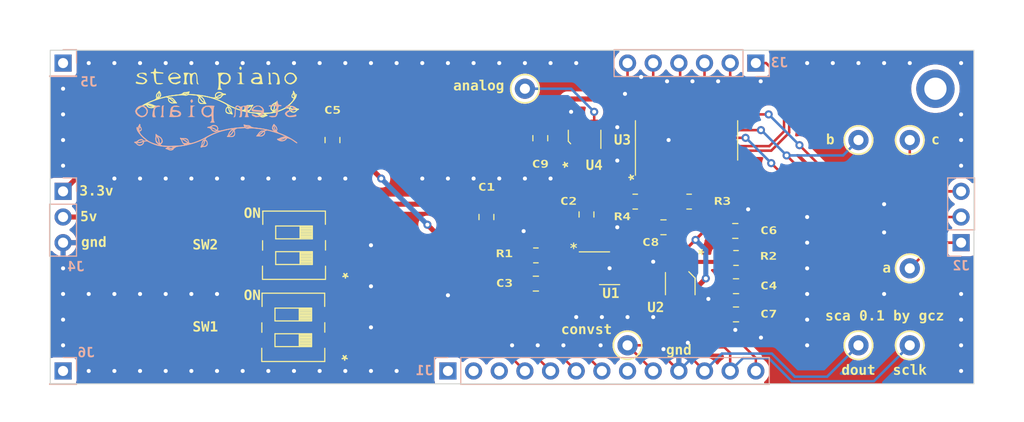
<source format=kicad_pcb>
(kicad_pcb (version 20240108) (generator "pcbnew") (generator_version "8.0")
  (layers (0 "F.Cu" signal) (31 "B.Cu" signal) (34 "B.Paste" user) (35 "F.Paste" user) (36 "B.SilkS" user "B.Silkscreen") (37 "F.SilkS" user "F.Silkscreen") (38 "B.Mask" user) (39 "F.Mask" user) (44 "Edge.Cuts" user))
  (net 0 "")
  (net 1 "Net-(C4-Pad2)")
  (net 2 "GND")
  (net 3 "Net-(J2-Pin_1)")
  (net 4 "Net-(J2-Pin_2)")
  (net 8 "Net-(J1-Pin_4)")
  (net 9 "Net-(J1-Pin_5)")
  (net 10 "Net-(J1-Pin_6)")
  (net 11 "Net-(J1-Pin_7)")
  (net 13 "Net-(J1-Pin_12)")
  (net 14 "Net-(J4-Pin_1)")
  (net 15 "Net-(J4-Pin_2)")
  (net 16 "Net-(J2-Pin_3)")
  (net 17 "Net-(J3-Pin_4)")
  (net 18 "Net-(J3-Pin_5)")
  (net 19 "Net-(J3-Pin_1)")
  (net 20 "Net-(J3-Pin_2)")
  (net 21 "Net-(J3-Pin_3)")
  (net 22 "Net-(U1-FLT)")
  (net 23 "Net-(U2-AINP)")
  (net 24 "Net-(U1-SS)")
  (net 25 "Net-(U1-OUT_F)")
  (net 26 "Net-(J3-Pin_6)")
  (net 27 "Net-(J1-Pin_9)")
  (net 28 "Net-(J1-Pin_11)")
  (net 31 "Net-(U3-COM)")
  (net 32 "Net-(J1-Pin_13)")
  (net 33 "Net-(U2-AINN)")
  (net 34 "Net-(U4-IN-)")
  (footprint "stem_piano_footprints:C_0805_2012_1.18x1.45mm_medpad" (layer "F.Cu") (at 150.368 77.578 180)
    (property "Reference" "C6" (at -3.302 0 180) (layer "F.SilkS") (effects (font (size 0.75 1) (thickness 0.15) (bold yes))))
    (property "Value" "1uF" (hide yes))
    (pad "1" smd roundrect (at -1.2 0 180) (size 1.5 1.35) (layers "F.Cu" "F.Paste" "F.Mask") (roundrect_rratio 0.213) (net 2 "GND"))
    (pad "2" smd roundrect (at 1.2 0 180) (size 1.5 1.35) (layers "F.Cu" "F.Paste" "F.Mask") (roundrect_rratio 0.213) (net 14 "Net-(J4-Pin_1)"))
  )
  (footprint "stem_piano_footprints:SOT-23-5_medpad" (layer "F.Cu") (at 135.448 68.51 90)
    (property "Reference" "U4" (at -2.61 0.95 180) (layer "F.SilkS") (effects (font (thickness 0.2) (bold yes))))
    (property "Value" "THS4281" (hide yes))
    (fp_text user "*" (at -3 -1 90) (layer "F.SilkS") (effects (justify left bottom)))
    (pad "1" smd rect (at -1.2 -0.95 90) (size 1.5 0.6) (layers "F.Cu" "F.Paste" "F.Mask") (net 34 "Net-(U4-IN-)"))
    (pad "2" smd rect (at -1.2 0 90) (size 1.5 0.6) (layers "F.Cu" "F.Paste" "F.Mask") (net 2 "GND"))
    (pad "3" smd rect (at -1.2 0.95 90) (size 1.5 0.6) (layers "F.Cu" "F.Paste" "F.Mask") (net 31 "Net-(U3-COM)"))
    (pad "4" smd rect (at 1.2 0.95 90) (size 1.5 0.75) (layers "F.Cu" "F.Paste" "F.Mask") (net 34 "Net-(U4-IN-)"))
    (pad "5" smd rect (at 1.2 -0.95 90) (size 1.5 0.75) (layers "F.Cu" "F.Paste" "F.Mask") (net 14 "Net-(J4-Pin_1)"))
  )
  (footprint "stem_piano_footprints:C_0805_2012_1.18x1.45mm_medpad" (layer "F.Cu") (at 131.064 68.396 90)
    (property "Reference" "C9" (at -2.6 0 0) (layer "F.SilkS") (effects (font (size 0.75 1) (thickness 0.15) (bold yes))))
    (property "Value" "1uF" (hide yes))
    (pad "1" smd roundrect (at -1.2 0 90) (size 1.5 1.35) (layers "F.Cu" "F.Paste" "F.Mask") (roundrect_rratio 0.213) (net 2 "GND"))
    (pad "2" smd roundrect (at 1.2 0 90) (size 1.5 1.35) (layers "F.Cu" "F.Paste" "F.Mask") (roundrect_rratio 0.213) (net 14 "Net-(J4-Pin_1)"))
  )
  (footprint "stem_piano_footprints:C_0805_2012_1.18x1.45mm_medpad" (layer "F.Cu") (at 150.438 85.842)
    (property "Reference" "C7" (at 3.232 0 180) (layer "F.SilkS") (effects (font (size 0.75 1) (thickness 0.15) (bold yes))))
    (property "Value" "1uF" (hide yes))
    (pad "1" smd roundrect (at -1.2 0) (size 1.5 1.35) (layers "F.Cu" "F.Paste" "F.Mask") (roundrect_rratio 0.213) (net 14 "Net-(J4-Pin_1)"))
    (pad "2" smd roundrect (at 1.2 0) (size 1.5 1.35) (layers "F.Cu" "F.Paste" "F.Mask") (roundrect_rratio 0.213) (net 2 "GND"))
  )
  (footprint "stem_piano_footprints:R_0805_2012_1.20x1.40mm_medpad" (layer "F.Cu") (at 150.438 80.254 180)
    (property "Reference" "R2" (at -3.232 0.136 0) (layer "F.SilkS") (effects (font (size 0.75 1) (thickness 0.1875) (bold yes))))
    (property "Value" "small" (hide yes))
    (pad "1" smd roundrect (at -1.2 0 180) (size 1.5 1.35) (layers "F.Cu" "F.Paste" "F.Mask") (roundrect_rratio 0.208) (net 1 "Net-(C4-Pad2)"))
    (pad "2" smd roundrect (at 1.2 0 180) (size 1.5 1.35) (layers "F.Cu" "F.Paste" "F.Mask") (roundrect_rratio 0.208) (net 25 "Net-(U1-OUT_F)"))
  )
  (footprint "stem_piano_footprints:C_0805_2012_1.18x1.45mm_medpad" (layer "F.Cu") (at 130.626 82.794)
    (property "Reference" "C3" (at -3.118 0 180) (layer "F.SilkS") (effects (font (size 0.75 1) (thickness 0.15) (bold yes))))
    (property "Value" "1uF" (hide yes))
    (pad "1" smd roundrect (at -1.2 0) (size 1.5 1.35) (layers "F.Cu" "F.Paste" "F.Mask") (roundrect_rratio 0.213) (net 2 "GND"))
    (pad "2" smd roundrect (at 1.2 0) (size 1.5 1.35) (layers "F.Cu" "F.Paste" "F.Mask") (roundrect_rratio 0.213) (net 22 "Net-(U1-FLT)"))
  )
  (footprint "stem_piano_footprints:C_0805_2012_1.18x1.45mm_medpad" (layer "F.Cu") (at 135.636 75.946 90)
    (property "Reference" "C2" (at 1.27 -1.778 180) (layer "F.SilkS") (effects (font (size 0.75 1) (thickness 0.15) (bold yes))))
    (property "Value" "1uF" (hide yes))
    (pad "1" smd roundrect (at -1.2 0 90) (size 1.5 1.35) (layers "F.Cu" "F.Paste" "F.Mask") (roundrect_rratio 0.213) (net 15 "Net-(J4-Pin_2)"))
    (pad "2" smd roundrect (at 1.2 0 90) (size 1.5 1.35) (layers "F.Cu" "F.Paste" "F.Mask") (roundrect_rratio 0.213) (net 2 "GND"))
  )
  (footprint "stem_piano_footprints:VSSOP-8_3.0x3.0mm_P0.65mm_medpads" (layer "F.Cu") (at 137.922 81.27)
    (property "Reference" "U1" (at 0.127 2.531 0) (layer "F.SilkS") (effects (font (thickness 0.2) (bold yes))))
    (property "Value" "REF60XX")
    (pad "1" smd rect (at -2.3 -1.05 270) (size 0.6 1.65) (layers "F.Cu" "F.Paste" "F.Mask") (net 15 "Net-(J4-Pin_2)"))
    (pad "2" smd rect (at -2.3 -0.325 270) (size 0.45 1.65) (layers "F.Cu" "F.Paste" "F.Mask") (net 15 "Net-(J4-Pin_2)"))
    (pad "3" smd rect (at -2.3 0.325 270) (size 0.45 1.65) (layers "F.Cu" "F.Paste" "F.Mask") (net 24 "Net-(U1-SS)"))
    (pad "4" smd rect (at -2.3 1.05 270) (size 0.6 1.65) (layers "F.Cu" "F.Paste" "F.Mask") (net 22 "Net-(U1-FLT)"))
    (pad "5" smd rect (at 2.3 1.05 270) (size 0.6 1.65) (layers "F.Cu" "F.Paste" "F.Mask") (net 25 "Net-(U1-OUT_F)"))
    (pad "6" smd rect (at 2.3 0.325 270) (size 0.45 1.65) (layers "F.Cu" "F.Paste" "F.Mask") (net 25 "Net-(U1-OUT_F)"))
    (pad "7" smd rect (at 2.3 -0.325 270) (size 0.45 1.65) (layers "F.Cu" "F.Paste" "F.Mask") (net 2 "GND"))
    (pad "8" smd rect (at 2.3 -1.05 270) (size 0.6 1.65) (layers "F.Cu" "F.Paste" "F.Mask") (net 2 "GND"))
  )
  (footprint "stem_piano_footprints:stem_branch_07_inch" (layer "F.Cu") (at 98.97781 65.049919)
    (property "Reference" "G***" (hide yes))
    (property "Value" "LOGO" (hide yes))
  )
  (footprint "stem_piano_footprints:R_0805_2012_1.20x1.40mm_medpad" (layer "F.Cu") (at 130.626 80)
    (property "Reference" "R1" (at -3.118 -0.136 0) (layer "F.SilkS") (effects (font (size 0.75 1) (thickness 0.1875) (bold yes))))
    (property "Value" "120K" (hide yes))
    (pad "1" smd roundrect (at -1.2 0) (size 1.5 1.35) (layers "F.Cu" "F.Paste" "F.Mask") (roundrect_rratio 0.208) (net 2 "GND"))
    (pad "2" smd roundrect (at 1.2 0) (size 1.5 1.35) (layers "F.Cu" "F.Paste" "F.Mask") (roundrect_rratio 0.208) (net 24 "Net-(U1-SS)"))
  )
  (footprint "TestPoint:TestPoint_Keystone_5000-5004_Miniature" (layer "F.Cu") (at 162.56 68.58)
    (property "Reference" "TP6" (hide yes))
    (property "Value" "b")
    (pad "1" thru_hole circle (at 0 0) (size 2 2) (drill 1) (layers "*.Cu" "*.Mask") (net 4 "Net-(J2-Pin_2)"))
  )
  (footprint "stem_piano_footprints:SW_DIP_SPSTx02_Slide_medpad" (layer "F.Cu") (at 106.608 87.122 180)
    (property "Reference" "SW1" (at 8.708 0 0) (layer "F.SilkS") (effects (font (thickness 0.2) (bold yes))))
    (property "Value" "SW_DIP_x02" (hide yes))
    (fp_text user "*" (at -5.57 -2.11 180) (layer "F.SilkS") (effects (justify left bottom)))
    (fp_text user "ON" (at 4.898 2.54 0) (layer "F.SilkS") (effects (font (thickness 0.2) (bold yes)) (justify left bottom)))
    (pad "1" smd rect (at -4.5 -1.27 180) (size 3 1) (layers "F.Cu" "F.Paste" "F.Mask") (net 8 "Net-(J1-Pin_4)"))
    (pad "2" smd rect (at -4.5 1.27 180) (size 3 1) (layers "F.Cu" "F.Paste" "F.Mask") (net 9 "Net-(J1-Pin_5)"))
    (pad "3" smd rect (at 4.5 1.27 180) (size 3 1) (layers "F.Cu" "F.Paste" "F.Mask") (net 2 "GND"))
    (pad "4" smd rect (at 4.5 -1.27 180) (size 3 1) (layers "F.Cu" "F.Paste" "F.Mask") (net 2 "GND"))
  )
  (footprint "stem_piano_footprints:R_0805_2012_1.20x1.40mm_medpad" (layer "F.Cu") (at 140.462 74.676 180)
    (property "Reference" "R4" (at 1.27 -1.524 0) (layer "F.SilkS") (effects (font (size 0.75 1) (thickness 0.1875) (bold yes))))
    (property "Value" "50" (hide yes))
    (pad "1" smd roundrect (at -1.2 0 180) (size 1.5 1.35) (layers "F.Cu" "F.Paste" "F.Mask") (roundrect_rratio 0.208) (net 33 "Net-(U2-AINN)"))
    (pad "2" smd roundrect (at 1.2 0 180) (size 1.5 1.35) (layers "F.Cu" "F.Paste" "F.Mask") (roundrect_rratio 0.208) (net 2 "GND"))
  )
  (footprint "stem_piano_footprints:VSSOP-10_medpad" (layer "F.Cu") (at 145.034 82.794 -90)
    (property "Reference" "U2" (at 2.404 2.54 0) (layer "F.SilkS") (effects (font (thickness 0.1) (bold yes))))
    (property "Value" "ADS8881" (hide yes))
    (fp_text user "*" (at -3.6 -1.05 -90) (layer "F.SilkS") (effects (justify left bottom)))
    (pad "1" smd rect (at -2.15 -1.2 180) (size 0.7 2) (layers "F.Cu" "F.Paste" "F.Mask") (net 25 "Net-(U1-OUT_F)"))
    (pad "2" smd rect (at -2.15 -0.5 180) (size 0.3 2) (layers "F.Cu" "F.Paste" "F.Mask") (net 14 "Net-(J4-Pin_1)"))
    (pad "3" smd rect (at -2.15 0 180) (size 0.3 2) (layers "F.Cu" "F.Paste" "F.Mask") (net 23 "Net-(U2-AINP)"))
    (pad "4" smd rect (at -2.15 0.5 180) (size 0.3 2) (layers "F.Cu" "F.Paste" "F.Mask") (net 33 "Net-(U2-AINN)"))
    (pad "5" smd rect (at -2.15 1.2 180) (size 0.7 2) (layers "F.Cu" "F.Paste" "F.Mask") (net 2 "GND"))
    (pad "6" smd rect (at 2.15 1.2 180) (size 0.7 2) (layers "F.Cu" "F.Paste" "F.Mask") (net 27 "Net-(J1-Pin_9)"))
    (pad "7" smd rect (at 2.15 0.5 180) (size 0.3 2) (layers "F.Cu" "F.Paste" "F.Mask") (net 28 "Net-(J1-Pin_11)"))
    (pad "8" smd rect (at 2.15 0 180) (size 0.3 2) (layers "F.Cu" "F.Paste" "F.Mask") (net 13 "Net-(J1-Pin_12)"))
    (pad "9" smd rect (at 2.15 -0.5 180) (size 0.3 2) (layers "F.Cu" "F.Paste" "F.Mask") (net 32 "Net-(J1-Pin_13)"))
    (pad "10" smd rect (at 2.15 -1.2 180) (size 0.7 2) (layers "F.Cu" "F.Paste" "F.Mask") (net 14 "Net-(J4-Pin_1)"))
  )
  (footprint "stem_piano_footprints:C_0805_2012_1.18x1.45mm_medpad" (layer "F.Cu") (at 125.73 76.2 -90)
    (property "Reference" "C1" (at -2.921 0 0) (layer "F.SilkS") (effects (font (size 0.75 1) (thickness 0.15) (bold yes))))
    (property "Value" "10uF" (hide yes))
    (pad "1" smd roundrect (at -1.2 0 270) (size 1.5 1.35) (layers "F.Cu" "F.Paste" "F.Mask") (roundrect_rratio 0.213) (net 15 "Net-(J4-Pin_2)"))
    (pad "2" smd roundrect (at 1.2 0 270) (size 1.5 1.35) (layers "F.Cu" "F.Paste" "F.Mask") (roundrect_rratio 0.213) (net 2 "GND"))
  )
  (footprint "TestPoint:TestPoint_Keystone_5000-5004_Miniature" (layer "F.Cu") (at 139.7 88.9)
    (property "Reference" "TP5" (hide yes))
    (property "Value" "convst" (at -4.064 -1.524 0) (layer "F.SilkS") (effects (font (thickness 0.2) (bold yes))))
    (pad "1" thru_hole circle (at 0 0) (size 2 2) (drill 1) (layers "*.Cu" "*.Mask") (net 27 "Net-(J1-Pin_9)"))
  )
  (footprint "MountingHole:MountingHole_2.2mm_M2_DIN965_Pad_TopBottom" (layer "F.Cu") (at 170.18 63.5)
    (property "Reference" "H1" (hide yes))
    (property "Value" "MountingHole")
    (pad "1" thru_hole circle (at 0 0) (size 2.6 2.6) (drill 2.2) (layers "*.Cu" "*.Mask"))
    (pad "1" connect circle (at 0 0) (size 3.8 3.8) (layers "F.Cu" "F.Mask"))
    (pad "1" connect circle (at 0 0) (size 3.8 3.8) (layers "B.Cu" "B.Mask"))
  )
  (footprint "stem_piano_footprints:SW_DIP_SPSTx02_Slide_medpad" (layer "F.Cu") (at 106.68 78.994 180)
    (property "Reference" "SW2" (at 8.78 0 0) (layer "F.SilkS") (effects (font (thickness 0.2) (bold yes))))
    (property "Value" "SW_DIP_x02" (hide yes))
    (fp_text user "*" (at -5.57 -2.11 180) (layer "F.SilkS") (effects (justify left bottom)))
    (fp_text user "ON" (at 4.97 2.54 0) (layer "F.SilkS") (effects (font (thickness 0.2) (bold yes)) (justify left bottom)))
    (pad "1" smd rect (at -4.5 -1.27 180) (size 3 1) (layers "F.Cu" "F.Paste" "F.Mask") (net 10 "Net-(J1-Pin_6)"))
    (pad "2" smd rect (at -4.5 1.27 180) (size 3 1) (layers "F.Cu" "F.Paste" "F.Mask") (net 11 "Net-(J1-Pin_7)"))
    (pad "3" smd rect (at 4.5 1.27 180) (size 3 1) (layers "F.Cu" "F.Paste" "F.Mask") (net 2 "GND"))
    (pad "4" smd rect (at 4.5 -1.27 180) (size 3 1) (layers "F.Cu" "F.Paste" "F.Mask") (net 2 "GND"))
  )
  (footprint "TestPoint:TestPoint_Keystone_5000-5004_Miniature" (layer "F.Cu") (at 167.64 88.9)
    (property "Reference" "TP3" (hide yes))
    (property "Value" "sclk" (at 0 2.5 0) (layer "F.SilkS") (effects (font (thickness 0.2) (bold yes))))
    (pad "1" thru_hole circle (at 0 0) (size 2 2) (drill 1) (layers "*.Cu" "*.Mask") (net 13 "Net-(J1-Pin_12)"))
  )
  (footprint "TestPoint:TestPoint_Keystone_5000-5004_Miniature" (layer "F.Cu") (at 129.54 63.5)
    (property "Reference" "TP1" (hide yes))
    (property "Value" "analog" (at -4.572 -0.254 0) (layer "F.SilkS") (effects (font (thickness 0.2) (bold yes))))
    (pad "1" thru_hole circle (at 0 0) (size 2 2) (drill 1) (layers "*.Cu" "*.Mask") (net 34 "Net-(U4-IN-)"))
  )
  (footprint "stem_piano_footprints:stem_name_07_inch" (layer "F.Cu") (at 99.13 62.53)
    (property "Reference" "G***" (hide yes))
    (property "Value" "LOGO" (hide yes))
  )
  (footprint "TestPoint:TestPoint_Keystone_5000-5004_Miniature" (layer "F.Cu") (at 162.56 88.9)
    (property "Reference" "TP4" (hide yes))
    (property "Value" "dout" (at 0 2.5 0) (layer "F.SilkS") (effects (font (thickness 0.2) (bold yes))))
    (pad "1" thru_hole circle (at 0 0) (size 2 2) (drill 1) (layers "*.Cu" "*.Mask") (net 28 "Net-(J1-Pin_11)"))
  )
  (footprint "stem_piano_footprints:R_0805_2012_1.20x1.40mm_medpad" (layer "F.Cu") (at 145.796 74.676)
    (property "Reference" "R3" (at 3.302 0 180) (layer "F.SilkS") (effects (font (size 0.75 1) (thickness 0.1875) (bold yes))))
    (property "Value" "50" (hide yes))
    (pad "1" smd roundrect (at -1.2 0) (size 1.5 1.35) (layers "F.Cu" "F.Paste" "F.Mask") (roundrect_rratio 0.208) (net 34 "Net-(U4-IN-)"))
    (pad "2" smd roundrect (at 1.2 0) (size 1.5 1.35) (layers "F.Cu" "F.Paste" "F.Mask") (roundrect_rratio 0.208) (net 23 "Net-(U2-AINP)"))
  )
  (footprint "stem_piano_footprints:SOIC-16_3.9x9.9mm_P1.27mm_medpad" (layer "F.Cu") (at 145.542 68.615 90)
    (property "Reference" "U3" (at 0 -6.35 180) (layer "F.SilkS") (effects (font (thickness 0.2) (bold yes))))
    (property "Value" "SN74LV4051")
    (fp_text user "*" (at -4.14 -4.57 90) (layer "F.SilkS") (effects (justify left bottom)))
    (pad "1" smd rect (at -2.575 -4.445 90) (size 2.15 0.7) (layers "F.Cu" "F.Paste" "F.Mask") (net 2 "GND"))
    (pad "2" smd rect (at -2.575 -3.175 90) (size 2.15 0.7) (layers "F.Cu" "F.Paste" "F.Mask") (net 2 "GND"))
    (pad "3" smd rect (at -2.575 -1.905 90) (size 2.15 0.7) (layers "F.Cu" "F.Paste" "F.Mask") (net 31 "Net-(U3-COM)"))
    (pad "4" smd rect (at -2.575 -0.635 90) (size 2.15 0.7) (layers "F.Cu" "F.Paste" "F.Mask") (net 20 "Net-(J3-Pin_2)"))
    (pad "5" smd rect (at -2.575 0.635 90) (size 2.15 0.7) (layers "F.Cu" "F.Paste" "F.Mask") (net 19 "Net-(J3-Pin_1)"))
    (pad "6" smd rect (at -2.575 1.905 90) (size 2.15 0.7) (layers "F.Cu" "F.Paste" "F.Mask") (net 2 "GND"))
    (pad "7" smd rect (at -2.575 3.175 90) (size 2.15 0.7) (layers "F.Cu" "F.Paste" "F.Mask") (net 2 "GND"))
    (pad "8" smd rect (at -2.575 4.445 90) (size 2.15 0.7) (layers "F.Cu" "F.Paste" "F.Mask") (net 2 "GND"))
    (pad "9" smd rect (at 2.575 4.445 90) (size 2.15 0.7) (layers "F.Cu" "F.Paste" "F.Mask") (net 16 "Net-(J2-Pin_3)"))
    (pad "10" smd rect (at 2.575 3.175 90) (size 2.15 0.7) (layers "F.Cu" "F.Paste" "F.Mask") (net 4 "Net-(J2-Pin_2)"))
    (pad "11" smd rect (at 2.575 1.905 90) (size 2.15 0.7) (layers "F.Cu" "F.Paste" "F.Mask") (net 3 "Net-(J2-Pin_1)"))
    (pad "12" smd rect (at 2.575 0.635 90) (size 2.15 0.7) (layers "F.Cu" "F.Paste" "F.Mask") (net 21 "Net-(J3-Pin_3)"))
    (pad "13" smd rect (at 2.575 -0.635 90) (size 2.15 0.7) (layers "F.Cu" "F.Paste" "F.Mask") (net 17 "Net-(J3-Pin_4)"))
    (pad "14" smd rect (at 2.575 -1.905 90) (size 2.15 0.7) (layers "F.Cu" "F.Paste" "F.Mask") (net 18 "Net-(J3-Pin_5)"))
    (pad "15" smd rect (at 2.575 -3.175 90) (size 2.15 0.7) (layers "F.Cu" "F.Paste" "F.Mask") (net 26 "Net-(J3-Pin_6)"))
    (pad "16" smd rect (at 2.575 -4.445 90) (size 2.15 0.7) (layers "F.Cu" "F.Paste" "F.Mask") (net 14 "Net-(J4-Pin_1)"))
  )
  (footprint "TestPoint:TestPoint_Keystone_5000-5004_Miniature" (layer "F.Cu") (at 167.64 81.28)
    (property "Reference" "TP2" (hide yes))
    (property "Value" "a")
    (pad "1" thru_hole circle (at 0 0) (size 2 2) (drill 1) (layers "*.Cu" "*.Mask") (net 3 "Net-(J2-Pin_1)"))
  )
  (footprint "TestPoint:TestPoint_Keystone_5000-5004_Miniature" (layer "F.Cu") (at 167.64 68.58)
    (property "Reference" "TP7" (hide yes))
    (property "Value" "c")
    (pad "1" thru_hole circle (at 0 0) (size 2 2) (drill 1) (layers "*.Cu" "*.Mask") (net 16 "Net-(J2-Pin_3)"))
  )
  (footprint "stem_piano_footprints:C_0805_2012_1.18x1.45mm_medpad" (layer "F.Cu") (at 110.49 68.58 -90)
    (property "Reference" "C5" (at -2.921 0 0) (layer "F.SilkS") (effects (font (size 0.75 1) (thickness 0.15) (bold yes))))
    (property "Value" "10uF" (hide yes))
    (pad "1" smd roundrect (at -1.2 0 270) (size 1.5 1.35) (layers "F.Cu" "F.Paste" "F.Mask") (roundrect_rratio 0.213) (net 14 "Net-(J4-Pin_1)"))
    (pad "2" smd roundrect (at 1.2 0 270) (size 1.5 1.35) (layers "F.Cu" "F.Paste" "F.Mask") (roundrect_rratio 0.213) (net 2 "GND"))
  )
  (footprint "stem_piano_footprints:C_0805_2012_1.18x1.45mm_medpad" (layer "F.Cu") (at 143.256 77.216)
    (property "Reference" "C8" (at -1.27 1.524 180) (layer "F.SilkS") (effects (font (size 0.75 1) (thickness 0.15) (bold yes))))
    (property "Value" "500pF" (hide yes))
    (pad "1" smd roundrect (at -1.2 0) (size 1.5 1.35) (layers "F.Cu" "F.Paste" "F.Mask") (roundrect_rratio 0.213) (net 33 "Net-(U2-AINN)"))
    (pad "2" smd roundrect (at 1.2 0) (size 1.5 1.35) (layers "F.Cu" "F.Paste" "F.Mask") (roundrect_rratio 0.213) (net 23 "Net-(U2-AINP)"))
  )
  (footprint "stem_piano_footprints:C_0805_2012_1.18x1.45mm_medpad" (layer "F.Cu") (at 150.438 83.048)
    (property "Reference" "C4" (at 3.232 0 180) (layer "F.SilkS") (effects (font (size 0.75 1) (thickness 0.15) (bold yes))))
    (property "Value" "47uF" (hide yes))
    (pad "1" smd roundrect (at -1.2 0) (size 1.5 1.35) (layers "F.Cu" "F.Paste" "F.Mask") (roundrect_rratio 0.213) (net 2 "GND"))
    (pad "2" smd roundrect (at 1.2 0) (size 1.5 1.35) (layers "F.Cu" "F.Paste" "F.Mask") (roundrect_rratio 0.213) (net 1 "Net-(C4-Pad2)"))
  )
  (footprint "Connector_PinHeader_2.54mm:PinHeader_1x01_P2.54mm_Vertical" (layer "B.Cu") (at 83.82 60.96 180)
    (property "Reference" "J5" (at -2.54 -1.905 0) (layer "B.SilkS") (effects (font (thickness 0.2) (bold yes)) (justify mirror)))
    (property "Value" "Conn_01x01_Pin")
    (pad "1" thru_hole rect (at 0 0 180) (size 1.7 1.7) (drill 1) (layers "*.Cu" "*.Mask"))
  )
  (footprint "stem_piano_footprints:stem_branch_07_inch" (layer "B.Cu") (at 99.06 68.326 180)
    (property "Reference" "G***" (hide yes))
    (property "Value" "LOGO" (hide yes))
  )
  (footprint "Connector_PinHeader_2.54mm:PinHeader_1x01_P2.54mm_Vertical" (layer "B.Cu") (at 83.82 91.44 180)
    (property "Reference" "J6" (at -2.286 1.778 0) (layer "B.SilkS") (effects (font (thickness 0.2) (bold yes)) (justify mirror)))
    (property "Value" "Conn_01x01_Pin")
    (pad "1" thru_hole rect (at 0 0 180) (size 1.7 1.7) (drill 1) (layers "*.Cu" "*.Mask"))
  )
  (footprint "Connector_PinHeader_2.54mm:PinHeader_1x13_P2.54mm_Vertical" (layer "B.Cu") (at 121.92 91.44 -90)
    (property "Reference" "J1" (at 0 2.33 360) (layer "B.SilkS") (effects (font (thickness 0.2) (bold yes)) (justify mirror)))
    (property "Value" "Conn_01x13_Pin")
    (pad "1" thru_hole rect (at 0 0 270) (size 1.7 1.7) (drill 1) (layers "*.Cu" "*.Mask"))
    (pad "2" thru_hole oval (at 0 -2.54 270) (size 1.7 1.7) (drill 1) (layers "*.Cu" "*.Mask"))
    (pad "3" thru_hole oval (at 0 -5.08 270) (size 1.7 1.7) (drill 1) (layers "*.Cu" "*.Mask"))
    (pad "4" thru_hole oval (at 0 -7.62 270) (size 1.7 1.7) (drill 1) (layers "*.Cu" "*.Mask") (net 8 "Net-(J1-Pin_4)"))
    (pad "5" thru_hole oval (at 0 -10.16 270) (size 1.7 1.7) (drill 1) (layers "*.Cu" "*.Mask") (net 9 "Net-(J1-Pin_5)"))
    (pad "6" thru_hole oval (at 0 -12.7 270) (size 1.7 1.7) (drill 1) (layers "*.Cu" "*.Mask") (net 10 "Net-(J1-Pin_6)"))
    (pad "7" thru_hole oval (at 0 -15.24 270) (size 1.7 1.7) (drill 1) (layers "*.Cu" "*.Mask") (net 11 "Net-(J1-Pin_7)"))
    (pad "8" thru_hole oval (at 0 -17.78 270) (size 1.7 1.7) (drill 1) (layers "*.Cu" "*.Mask"))
    (pad "9" thru_hole oval (at 0 -20.32 270) (size 1.7 1.7) (drill 1) (layers "*.Cu" "*.Mask") (net 27 "Net-(J1-Pin_9)"))
    (pad "10" thru_hole oval (at 0 -22.86 270) (size 1.7 1.7) (drill 1) (layers "*.Cu" "*.Mask") (net 2 "GND"))
    (pad "11" thru_hole oval (at 0 -25.4 270) (size 1.7 1.7) (drill 1) (layers "*.Cu" "*.Mask") (net 28 "Net-(J1-Pin_11)"))
    (pad "12" thru_hole oval (at 0 -27.94 270) (size 1.7 1.7) (drill 1) (layers "*.Cu" "*.Mask") (net 13 "Net-(J1-Pin_12)"))
    (pad "13" thru_hole oval (at 0 -30.48 270) (size 1.7 1.7) (drill 1) (layers "*.Cu" "*.Mask") (net 32 "Net-(J1-Pin_13)"))
  )
  (footprint "Connector_PinHeader_2.54mm:PinHeader_1x06_P2.54mm_Vertical" (layer "B.Cu") (at 152.4 60.96 90)
    (property "Reference" "J3" (at 0 2.33 360) (layer "B.SilkS") (effects (font (thickness 0.2) (bold yes)) (justify mirror)))
    (property "Value" "Conn_01x06_Pin")
    (pad "1" thru_hole rect (at 0 0 90) (size 1.7 1.7) (drill 1) (layers "*.Cu" "*.Mask") (net 19 "Net-(J3-Pin_1)"))
    (pad "2" thru_hole oval (at 0 -2.54 90) (size 1.7 1.7) (drill 1) (layers "*.Cu" "*.Mask") (net 20 "Net-(J3-Pin_2)"))
    (pad "3" thru_hole oval (at 0 -5.08 90) (size 1.7 1.7) (drill 1) (layers "*.Cu" "*.Mask") (net 21 "Net-(J3-Pin_3)"))
    (pad "4" thru_hole oval (at 0 -7.62 90) (size 1.7 1.7) (drill 1) (layers "*.Cu" "*.Mask") (net 17 "Net-(J3-Pin_4)"))
    (pad "5" thru_hole oval (at 0 -10.16 90) (size 1.7 1.7) (drill 1) (layers "*.Cu" "*.Mask") (net 18 "Net-(J3-Pin_5)"))
    (pad "6" thru_hole oval (at 0 -12.7 90) (size 1.7 1.7) (drill 1) (layers "*.Cu" "*.Mask") (net 26 "Net-(J3-Pin_6)"))
  )
  (footprint "stem_piano_footprints:stem_name_07_inch" (layer "B.Cu") (at 98.806 65.786 180)
    (property "Reference" "G***" (hide yes))
    (property "Value" "LOGO" (hide yes))
  )
  (footprint "Connector_PinHeader_2.54mm:PinHeader_1x03_P2.54mm_Vertical" (layer "B.Cu") (at 172.72 78.74)
    (property "Reference" "J2" (at 0 2.33 0) (layer "B.SilkS") (effects (font (thickness 0.2) (bold yes)) (justify mirror)))
    (property "Value" "Conn_01x03_Pin")
    (pad "1" thru_hole rect (at 0 0) (size 1.7 1.7) (drill 1) (layers "*.Cu" "*.Mask") (net 3 "Net-(J2-Pin_1)"))
    (pad "2" thru_hole oval (at 0 -2.54) (size 1.7 1.7) (drill 1) (layers "*.Cu" "*.Mask") (net 4 "Net-(J2-Pin_2)"))
    (pad "3" thru_hole oval (at 0 -5.08) (size 1.7 1.7) (drill 1) (layers "*.Cu" "*.Mask") (net 16 "Net-(J2-Pin_3)"))
  )
  (footprint "Connector_PinHeader_2.54mm:PinHeader_1x03_P2.54mm_Vertical" (layer "B.Cu") (at 83.82 73.66 180)
    (property "Reference" "J4" (at -1.27 -7.493 0) (layer "B.SilkS") (effects (font (thickness 0.2) (bold yes)) (justify mirror)))
    (property "Value" "Conn_01x03_Pin")
    (pad "1" thru_hole rect (at 0 0 180) (size 1.7 1.7) (drill 1) (layers "*.Cu" "*.Mask") (net 14 "Net-(J4-Pin_1)"))
    (pad "2" thru_hole oval (at 0 -2.54 180) (size 1.7 1.7) (drill 1) (layers "*.Cu" "*.Mask") (net 15 "Net-(J4-Pin_2)"))
    (pad "3" thru_hole oval (at 0 -5.08 180) (size 1.7 1.7) (drill 1) (layers "*.Cu" "*.Mask") (net 2 "GND"))
  )
  (gr_rect (start 82.55 59.69) (end 173.99 92.71) (stroke (width 0.1)) (fill none) (layer "Edge.Cuts"))
  (gr_text "gnd" (at 86.868 78.74 0) (layer "F.SilkS") (effects (font (size 1 1) (thickness 0.2) (bold yes))))
  (gr_text "sca 0.1 by gcz" (at 159.258 86.614 0) (layer "F.SilkS") (effects (font (size 1 1) (thickness 0.2) (bold yes)) (justify left bottom)))
  (gr_text "a" (at 165.354 81.28 0) (layer "F.SilkS") (effects (font (size 1 1) (thickness 0.2) (bold yes))))
  (gr_text "3.3v" (at 87.122 73.66 0) (layer "F.SilkS") (effects (font (size 1 1) (thickness 0.2) (bold yes))))
  (gr_text "gnd" (at 144.78 89.408 0) (layer "F.SilkS") (effects (font (size 1 1) (thickness 0.2) (bold yes))))
  (gr_text "b" (at 159.766 68.58 0) (layer "F.SilkS") (effects (font (size 1 1) (thickness 0.2) (bold yes))))
  (gr_text "*" (at 134.366 79.356 0) (layer "F.SilkS") (effects (font (size 1 1) (thickness 0.2) (bold yes))))
  (gr_text "c" (at 170.18 68.58 0) (layer "F.SilkS") (effects (font (size 1 1) (thickness 0.2) (bold yes))))
  (gr_text "5v" (at 86.36 76.2 0) (layer "F.SilkS") (effects (font (size 1 1) (thickness 0.2) (bold yes))))
  (segment (start 151.638 80.254) (end 151.638 83.048) (width 0.4) (layer "F.Cu") (net 1))
  (segment (start 139.7 69.342) (end 138.684 70.358) (width 0.25) (layer "F.Cu") (net 2))
  (segment (start 138.684 70.358) (end 138.684 70.612) (width 0.25) (layer "F.Cu") (net 2))
  (segment (start 140.462 69.342) (end 139.7 69.342) (width 0.25) (layer "F.Cu") (net 2))
  (segment (start 143.834 80.08) (end 142.494 78.74) (width 0.25) (layer "F.Cu") (net 2))
  (segment (start 144.78 91.44) (end 143.256 89.916) (width 0.25) (layer "F.Cu") (net 2))
  (segment (start 143.256 89.916) (end 143.256 89.281) (width 0.25) (layer "F.Cu") (net 2))
  (segment (start 141.097 71.19) (end 141.097 69.977) (width 0.25) (layer "F.Cu") (net 2))
  (segment (start 140.222 80.945) (end 141.921 80.945) (width 0.4) (layer "F.Cu") (net 2))
  (segment (start 135.448 70.71) (end 136.112 71.374) (width 0.25) (layer "F.Cu") (net 2))
  (segment (start 136.112 71.374) (end 137.922 71.374) (width 0.25) (layer "F.Cu") (net 2))
  (segment (start 142.494 78.74) (end 140.208 78.74) (width 0.25) (layer "F.Cu") (net 2))
  (segment (start 141.097 69.977) (end 140.462 69.342) (width 0.25) (layer "F.Cu") (net 2))
  (segment (start 137.922 71.374) (end 138.684 70.612) (width 0.25) (layer "F.Cu") (net 2))
  (segment (start 140.208 78.74) (end 138.684 77.216) (width 0.25) (layer "F.Cu") (net 2))
  (segment (start 142.367 70.231) (end 141.478 69.342) (width 0.25) (layer "F.Cu") (net 2))
  (segment (start 138.247 80.945) (end 137.922 81.27) (width 0.4) (layer "F.Cu") (net 2))
  (segment (start 140.222 80.945) (end 138.247 80.945) (width 0.4) (layer "F.Cu") (net 2))
  (segment (start 141.921 80.945) (end 142.24 80.626) (width 0.4) (layer "F.Cu") (net 2))
  (segment (start 142.367 71.19) (end 142.367 70.231) (width 0.25) (layer "F.Cu") (net 2))
  (segment (start 141.478 69.342) (end 140.462 69.342) (width 0.25) (layer "F.Cu") (net 2))
  (segment (start 143.834 80.644) (end 143.834 80.08) (width 0.25) (layer "F.Cu") (net 2))
  (segment (start 135.448 69.71) (end 135.448 70.71) (width 0.25) (layer "F.Cu") (net 2))
  (via (at 129.413 77.597) (size 0.8) (drill 0.4) (layers "F.Cu" "B.Cu") (net 2))
  (via (at 119.38 60.96) (size 0.8) (drill 0.4) (layers "F.Cu" "B.Cu") (net 2))
  (via (at 106.68 60.96) (size 0.8) (drill 0.4) (layers "F.Cu" "B.Cu") (net 2))
  (via (at 114.3 60.96) (size 0.8) (drill 0.4) (layers "F.Cu" "B.Cu") (net 2))
  (via (at 114.3 83.058) (size 0.8) (drill 0.4) (layers "F.Cu" "B.Cu") (net 2))
  (via (at 147.701 84.309) (size 0.8) (drill 0.4) (layers "F.Cu" "B.Cu") (net 2))
  (via (at 157.48 83.82) (size 0.8) (drill 0.4) (layers "F.Cu" "B.Cu") (net 2))
  (via (at 104.14 60.96) (size 0.8) (drill 0.4) (layers "F.Cu" "B.Cu") (net 2))
  (via (at 104.14 91.44) (size 0.8) (drill 0.4) (layers "F.Cu" "B.Cu") (net 2))
  (via (at 99.06 91.44) (size 0.8) (drill 0.4) (layers "F.Cu" "B.Cu") (net 2))
  (via (at 157.48 81.28) (size 0.8) (drill 0.4) (layers "F.Cu" "B.Cu") (net 2))
  (via (at 121.92 83.947) (size 0.8) (drill 0.4) (layers "F.Cu" "B.Cu") (net 2))
  (via (at 152.8826 62.7634) (size 0.8) (drill 0.4) (layers "F.Cu" "B.Cu") (net 2))
  (via (at 83.82 71.12) (size 0.8) (drill 0.4) (layers "F.Cu" "B.Cu") (net 2))
  (via (at 93.98 91.44) (size 0.8) (drill 0.4) (layers "F.Cu" "B.Cu") (net 2))
  (via (at 165.1 74.93) (size 0.8) (drill 0.4) (layers "F.Cu" "B.Cu") (net 2))
  (via (at 150.368 87.376) (size 0.8) (drill 0.4) (layers "F.Cu" "B.Cu") (net 2))
  (via (at 139.7 86.106) (size 0.8) (drill 0.4) (layers "F.Cu" "B.Cu") (net 2))
  (via (at 109.22 91.44) (size 0.8) (drill 0.4) (layers "F.Cu" "B.Cu") (net 2))
  (via (at 172.72 83.82) (size 0.8) (drill 0.4) (layers "F.Cu" "B.Cu") (net 2))
  (via (at 91.44 83.82) (size 0.8) (drill 0.4) (layers "F.Cu" "B.Cu") (net 2))
  (via (at 138.684 67.31) (size 0.8) (drill 0.4) (layers "F.Cu" "B.Cu") (net 2))
  (via (at 96.52 83.82) (size 0.8) (drill 0.4) (layers "F.Cu" "B.Cu") (net 2))
  (via (at 160.02 60.96) (size 0.8) (drill 0.4) (layers "F.Cu" "B.Cu") (net 2))
  (via (at 88.9 91.44) (size 0.8) (drill 0.4) (layers "F.Cu" "B.Cu") (net 2))
  (via (at 99.06 72.39) (size 0.8) (drill 0.4) (layers "F.Cu" "B.Cu") (net 2))
  (via (at 165.1 83.82) (size 0.8) (drill 0.4) (layers "F.Cu" "B.Cu") (net 2))
  (via (at 124.46 72.39) (size 0.8) (drill 0.4) (layers "F.Cu" "B.Cu") (net 2))
  (via (at 111.76 60.96) (size 0.8) (drill 0.4) (layers "F.Cu" "B.Cu") (net 2))
  (via (at 106.68 91.44) (size 0.8) (drill 0.4) (layers "F.Cu" "B.Cu") (net 2))
  (via (at 148.6662 62.7634) (size 0.8) (drill 0.4) (layers "F.Cu" "B.Cu") (net 2))
  (via (at 172.72 68.58) (size 0.8) (drill 0.4) (layers "F.Cu" "B.Cu") (net 2))
  (via (at 114.3 87.122) (size 0.8) (drill 0.4) (layers "F.Cu" "B.Cu") (net 2))
  (via (at 134.62 60.96) (size 0.8) (drill 0.4) (layers "F.Cu" "B.Cu") (net 2))
  (via (at 96.52 91.44) (size 0.8) (drill 0.4) (layers "F.Cu" "B.Cu") (net 2))
  (via (at 83.82 86.36) (size 0.8) (drill 0.4) (layers "F.Cu" "B.Cu") (net 2))
  (via (at 162.56 60.96) (size 0.8) (drill 0.4) (layers "F.Cu" "B.Cu") (net 2))
  (via (at 109.22 60.96) (size 0.8) (drill 0.4) (layers "F.Cu" "B.Cu") (net 2))
  (via (at 116.84 91.44) (size 0.8) (drill 0.4) (layers "F.Cu" "B.Cu") (net 2))
  (via (at 128.27 88.9) (size 0.8) (drill 0.4) (layers "F.Cu" "B.Cu") (net 2))
  (via (at 83.82 66.04) (size 0.8) (drill 0.4) (layers "F.Cu" "B.Cu") (net 2))
  (via (at 129.54 60.96) (size 0.8) (drill 0.4) (layers "F.Cu" "B.Cu") (net 2))
  (via (at 172.72 91.44) (size 0.8) (drill 0.4) (layers "F.Cu" "B.Cu") (net 2))
  (via (at 91.44 91.44) (size 0.8) (drill 0.4) (layers "F.Cu" "B.Cu") (net 2))
  (via (at 137.922 81.27) (size 0.8) (drill 0.4) (layers "F.Cu" "B.Cu") (net 2))
  (via (at 93.98 83.82) (size 0.8) (drill 0.4) (layers "F.Cu" "B.Cu") (net 2))
  (via (at 129.54 72.39) (size 0.8) (drill 0.4) (layers "F.Cu" "B.Cu") (net 2))
  (via (at 127 60.96) (size 0.8) (drill 0.4) (layers "F.Cu" "B.Cu") (net 2))
  (via (at 96.52 60.96) (size 0.8) (drill 0.4) (layers "F.Cu" "B.Cu") (net 2))
  (via (at 88.9 72.39) (size 0.8) (drill 0.4) (layers "F.Cu" "B.Cu") (net 2))
  (via (at 137.033 88.9) (size 0.8) (drill 0.4) (layers "F.Cu" "B.Cu") (net 2))
  (via (at 109.22 72.39) (size 0.8) (drill 0.4) (layers "F.Cu" "B.Cu") (net 2))
  (via (at 83.82 63.5) (size 0.8) (drill 0.4) (layers "F.Cu" "B.Cu") (net 2))
  (via (at 134.112 65.786) (size 0.8) (drill 0.4) (layers "F.Cu" "B.Cu") (net 2))
  (via (at 132.08 72.39) (size 0.8) (drill 0.4) (layers "F.Cu" "B.Cu") (net 2))
  (via (at 101.6 91.44) (size 0.8) (drill 0.4) (layers "F.Cu" "B.Cu") (net 2))
  (via (at 152.908 88.138) (size 0.8) (drill 0.4) (layers "F.Cu" "B.Cu") (net 2))
  (via (at 157.48 60.96) (size 0.8) (drill 0.4) (layers "F.Cu" "B.Cu") (net 2))
  (via (at 99.06 60.96) (size 0.8) (drill 0.4) (layers "F.Cu" "B.Cu") (net 2))
  (via (at 91.44 72.39) (size 0.8) (drill 0.4) (layers "F.Cu" "B.Cu") (net 2))
  (via (at 130.81 88.9) (size 0.8) (drill 0.4) (layers "F.Cu" "B.Cu") (net 2))
  (via (at 138.684 77.216) (size 0.8) (drill 0.4) (layers "F.Cu" "B.Cu") (net 2))
  (via (at 172.72 88.9) (size 0.8) (drill 0.4) (layers "F.Cu" "B.Cu") (net 2))
  (via (at 142.24 80.626) (size 0.8) (drill 0.4) (layers "F.Cu" "B.Cu") (net 2))
  (via (at 133.35 88.9) (size 0.8) (drill 0.4) (layers "F.Cu" "B.Cu") (net 2))
  (via (at 88.9 83.82) (size 0.8) (drill 0.4) (layers "F.Cu" "B.Cu") (net 2))
  (via (at 139.446 64.008) (size 0.8) (drill 0.4) (layers "F.Cu" "B.Cu") (net 2))
  (via (at 142.24 86.106) (size 0.8) (drill 0.4) (layers "F.Cu" "B.Cu") (net 2))
  (via (at 121.92 60.96) (size 0.8) (drill 0.4) (layers "F.Cu" "B.Cu") (net 2))
  (via (at 143.6116 62.7634) (size 0.8) (drill 0.4) (layers "F.Cu" "B.Cu") (net 2))
  (via (at 157.48 86.36) (size 0.8) (drill 0.4) (layers "F.Cu" "B.Cu") (net 2))
  (via (at 116.84 60.96) (size 0.8) (drill 0.4) (layers "F.Cu" "B.Cu") (net 2))
  (via (at 157.48 78.74) (size 0.8) (drill 0.4) (layers "F.Cu" "B.Cu") (net 2))
  (via (at 99.06 83.82) (size 0.8) (drill 0.4) (layers "F.Cu" "B.Cu") (net 2))
  (via (at 91.44 60.96) (size 0.8) (drill 0.4) (layers "F.Cu" "B.Cu") (net 2))
  (via (at 172.72 66.04) (size 0.8) (drill 0.4) (layers "F.Cu" "B.Cu") (net 2))
  (via (at 83.82 83.82) (size 0.8) (drill 0.4) (layers "F.Cu" "B.Cu") (net 2))
  (via (at 172.72 60.96) (size 0.8) (drill 0.4) (layers "F.Cu" "B.Cu") (net 2))
  (via (at 141.0462 62.3316) (size 0.8) (drill 0.4) (layers "F.Cu" "B.Cu") (net 2))
  (via (at 86.36 83.82) (size 0.8) (drill 0.4) (layers "F.Cu" "B.Cu") (net 2))
  (via (at 165.1 77.724) (size 0.8) (drill 0.4) (layers "F.Cu" "B.Cu") (net 2))
  (via (at 138.684 70.612) (size 0.8) (drill 0.4) (layers "F.Cu" "B.Cu") (net 2))
  (via (at 127 72.39) (size 0.8) (drill 0.4) (layers "F.Cu" "B.Cu") (net 2))
  (via (at 101.6 60.96) (size 0.8) (drill 0.4) (layers "F.Cu" "B.Cu") (net 2))
  (via (at 157.48 76.2) (size 0.8) (drill 0.4) (layers "F.Cu" "B.Cu") (net 2))
  (via (at 121.92 72.39) (size 0.8) (drill 0.4) (layers "F.Cu" "B.Cu") (net 2))
  (via (at 111.76 91.44) (size 0.8) (drill 0.4) (layers "F.Cu" "B.Cu") (net 2))
  (via (at 96.52 72.39) (size 0.8) (drill 0.4) (layers "F.Cu" "B.Cu") (net 2))
  (via (at 86.36 60.96) (size 0.8) (drill 0.4) (layers "F.Cu" "B.Cu") (net 2))
  (via (at 132.08 60.96) (size 0.8) (drill 0.4) (layers "F.Cu" "B.Cu") (net 2))
  (via (at 114.3 78.994) (size 0.8) (drill 0.4) (layers "F.Cu" "B.Cu") (net 2))
  (via (at 134.62 86.106) (size 0.8) (drill 0.4) (layers "F.Cu" "B.Cu") (net 2))
  (via (at 101.6 72.39) (size 0.8) (drill 0.4) (layers "F.Cu" "B.Cu") (net 2))
  (via (at 146.1262 62.7634) (size 0.8) (drill 0.4) (layers "F.Cu" "B.Cu") (net 2))
  (via (at 137.16 86.106) (size 0.8) (drill 0.4) (layers "F.Cu" "B.Cu") (net 2))
  (via (at 111.76 72.39) (size 0.8) (drill 0.4) (layers "F.Cu" "B.Cu") (net 2))
  (via (at 83.82 68.58) (size 0.8) (drill 0.4) (layers "F.Cu" "B.Cu") (net 2))
  (via (at 88.9 60.96) (size 0.8) (drill 0.4) (layers "F.Cu" "B.Cu") (net 2))
  (via (at 114.3 91.44) (size 0.8) (drill 0.4) (layers "F.Cu" "B.Cu") (net 2))
  (via (at 145.669 88.646) (size 0.8) (drill 0.4) (layers "F.Cu" "B.Cu") (net 2))
  (via (at 93.98 72.39) (size 0.8) (drill 0.4) (layers "F.Cu" "B.Cu") (net 2))
  (via (at 167.64 60.96) (size 0.8) (drill 0.4) (layers "F.Cu" "B.Cu") (net 2))
  (via (at 104.14 72.39) (size 0.8) (drill 0.4) (layers "F.Cu" "B.Cu") (net 2))
  (via (at 143.764 68.58) (size 0.8) (drill 0.4) (layers "F.Cu" "B.Cu") (net 2))
  (via (at 83.82 81.28) (size 0.8) (drill 0.4) (layers "F.Cu" "B.Cu") (net 2))
  (via (at 124.46 60.96) (size 0.8) (drill 0.4) (layers "F.Cu" "B.Cu") (net 2))
  (via (at 93.98 60.96) (size 0.8) (drill 0.4) (layers "F.Cu" "B.Cu") (net 2))
  (via (at 172.72 86.36) (size 0.8) (drill 0.4) (layers "F.Cu" "B.Cu") (net 2))
  (via (at 106.68 72.39) (size 0.8) (drill 0.4) (layers "F.Cu" "B.Cu") (net 2))
  (via (at 157.48 88.9) (size 0.8) (drill 0.4) (layers "F.Cu" "B.Cu") (net 2))
  (via (at 172.72 71.12) (size 0.8) (drill 0.4) (layers "F.Cu" "B.Cu") (net 2))
  (via (at 83.82 88.9) (size 0.8) (drill 0.4) (layers "F.Cu" "B.Cu") (net 2))
  (via (at 143.256 89.281) (size 0.8) (drill 0.4) (layers "F.Cu" "B.Cu") (net 2))
  (via (at 151.638 75.438) (size 0.8) (drill 0.4) (layers "F.Cu" "B.Cu") (net 2))
  (via (at 165.1 60.96) (size 0.8) (drill 0.4) (layers "F.Cu" "B.Cu") (net 2))
  (via (at 86.36 91.44) (size 0.8) (drill 0.4) (layers "F.Cu" "B.Cu") (net 2))
  (via (at 119.38 72.39) (size 0.8) (drill 0.4) (layers "F.Cu" "B.Cu") (net 2))
  (segment (start 145.796 88.773) (end 145.669 88.646) (width 0.25) (layer "B.Cu") (net 2))
  (segment (start 145.796 90.424) (end 145.796 88.773) (width 0.25) (layer "B.Cu") (net 2))
  (segment (start 144.78 91.44) (end 145.796 90.424) (width 0.25) (layer "B.Cu") (net 2))
  (segment (start 167.64 81.28) (end 170.18 78.74) (width 0.25) (layer "F.Cu") (net 3))
  (segment (start 161.798 78.74) (end 172.72 78.74) (width 0.25) (layer "F.Cu") (net 3))
  (segment (start 170.18 78.74) (end 172.72 78.74) (width 0.25) (layer "F.Cu") (net 3))
  (segment (start 147.447 66.765) (end 147.447 66.04) (width 0.25) (layer "F.Cu") (net 3))
  (segment (start 158.496 75.438) (end 161.798 78.74) (width 0.25) (layer "F.Cu") (net 3))
  (segment (start 149.043 68.361) (end 147.447 66.765) (width 0.25) (layer "F.Cu") (net 3))
  (segment (start 153.924 70.866) (end 158.496 75.438) (width 0.25) (layer "F.Cu") (net 3))
  (segment (start 151.384 68.361) (end 149.043 68.361) (width 0.25) (layer "F.Cu") (net 3))
  (via (at 153.924 70.866) (size 0.8) (drill 0.4) (layers "F.Cu" "B.Cu") (net 3))
  (via (at 151.384 68.361) (size 0.8) (drill 0.4) (layers "F.Cu" "B.Cu") (net 3))
  (segment (start 151.419 68.361) (end 153.924 70.866) (width 0.25) (layer "B.Cu") (net 3))
  (segment (start 151.384 68.361) (end 151.419 68.361) (width 0.25) (layer "B.Cu") (net 3))
  (segment (start 148.717 66.765) (end 148.717 66.04) (width 0.25) (layer "F.Cu") (net 4))
  (segment (start 155.448 70.104) (end 161.544 76.2) (width 0.25) (layer "F.Cu") (net 4))
  (segment (start 161.544 76.2) (end 172.72 76.2) (width 0.25) (layer "F.Cu") (net 4))
  (segment (start 149.551 67.599) (end 148.717 66.765) (width 0.25) (layer "F.Cu") (net 4))
  (segment (start 152.908 67.599) (end 149.551 67.599) (width 0.25) (layer "F.Cu") (net 4))
  (via (at 155.448 70.104) (size 0.8) (drill 0.4) (layers "F.Cu" "B.Cu") (net 4))
  (via (at 152.908 67.599) (size 0.8) (drill 0.4) (layers "F.Cu" "B.Cu") (net 4))
  (segment (start 152.908 67.599) (end 152.943 67.599) (width 0.25) (layer "B.Cu") (net 4))
  (segment (start 155.448 70.104) (end 161.036 70.104) (width 0.25) (layer "B.Cu") (net 4))
  (segment (start 152.943 67.599) (end 155.448 70.104) (width 0.25) (layer "B.Cu") (net 4))
  (segment (start 161.036 70.104) (end 162.56 68.58) (width 0.25) (layer "B.Cu") (net 4))
  (segment (start 126.492 88.392) (end 111.108 88.392) (width 0.25) (layer "F.Cu") (net 8))
  (segment (start 129.54 91.44) (end 126.492 88.392) (width 0.25) (layer "F.Cu") (net 8))
  (segment (start 119.126 87.942) (end 117.036 85.852) (width 0.25) (layer "F.Cu") (net 9))
  (segment (start 132.08 91.44) (end 128.582 87.942) (width 0.25) (layer "F.Cu") (net 9))
  (segment (start 128.582 87.942) (end 119.126 87.942) (width 0.25) (layer "F.Cu") (net 9))
  (segment (start 117.036 85.852) (end 111.108 85.852) (width 0.25) (layer "F.Cu") (net 9))
  (segment (start 117.602 85.781604) (end 117.602 81.788) (width 0.25) (layer "F.Cu") (net 10))
  (segment (start 117.602 81.788) (end 116.078 80.264) (width 0.25) (layer "F.Cu") (net 10))
  (segment (start 116.078 80.264) (end 111.18 80.264) (width 0.25) (layer "F.Cu") (net 10))
  (segment (start 119.312396 87.492) (end 117.602 85.781604) (width 0.25) (layer "F.Cu") (net 10))
  (segment (start 130.672 87.492) (end 119.312396 87.492) (width 0.25) (layer "F.Cu") (net 10))
  (segment (start 134.62 91.44) (end 130.672 87.492) (width 0.25) (layer "F.Cu") (net 10))
  (segment (start 119.498792 87.042) (end 118.11 85.653208) (width 0.25) (layer "F.Cu") (net 11))
  (segment (start 118.11 79.825) (end 116.009 77.724) (width 0.25) (layer "F.Cu") (net 11))
  (segment (start 118.11 85.653208) (end 118.11 79.825) (width 0.25) (layer "F.Cu") (net 11))
  (segment (start 116.009 77.724) (end 111.18 77.724) (width 0.25) (layer "F.Cu") (net 11))
  (segment (start 132.762 87.042) (end 119.498792 87.042) (width 0.25) (layer "F.Cu") (net 11))
  (segment (start 137.16 91.44) (end 132.762 87.042) (width 0.25) (layer "F.Cu") (net 11))
  (segment (start 147.349604 89.096) (end 145.034 86.780396) (width 0.25) (layer "F.Cu") (net 13))
  (segment (start 149.86 91.44) (end 149.86 89.662) (width 0.25) (layer "F.Cu") (net 13))
  (segment (start 149.86 89.662) (end 149.294 89.096) (width 0.25) (layer "F.Cu") (net 13))
  (segment (start 149.294 89.096) (end 147.349604 89.096) (width 0.25) (layer "F.Cu") (net 13))
  (segment (start 145.034 86.780396) (end 145.034 84.944) (width 0.25) (layer "F.Cu") (net 13))
  (segment (start 155.956 92.456) (end 164.084 92.456) (width 0.25) (layer "B.Cu") (net 13))
  (segment (start 151.13 90.17) (end 153.67 90.17) (width 0.25) (layer "B.Cu") (net 13))
  (segment (start 164.084 92.456) (end 167.64 88.9) (width 0.25) (layer "B.Cu") (net 13))
  (segment (start 153.67 90.17) (end 155.956 92.456) (width 0.25) (layer "B.Cu") (net 13))
  (segment (start 149.86 91.44) (end 151.13 90.17) (width 0.25) (layer "B.Cu") (net 13))
  (segment (start 146.304 84.944) (end 146.234 84.944) (width 0.25) (layer "F.Cu") (net 14))
  (segment (start 147.066 85.706) (end 146.304 84.944) (width 0.4) (layer "F.Cu") (net 14))
  (segment (start 134.498 67.31) (end 131.178 67.31) (width 0.5) (layer "F.Cu") (net 14))
  (segment (start 145.534 79.344) (end 145.534 80.644) (width 0.3) (layer "F.Cu") (net 14))
  (segment (start 110.122 67.196) (end 131.064 67.196) (width 0.5) (layer "F.Cu") (net 14))
  (segment (start 115.316 72.39) (end 110.122 67.196) (width 0.5) (layer "F.Cu") (net 14))
  (segment (start 149.168 77.578) (end 147.3 77.578) (width 0.3) (layer "F.Cu") (net 14))
  (segment (start 90.284 67.196) (end 83.82 73.66) (width 0.5) (layer "F.Cu") (net 14))
  (segment (start 146.234 83.49) (end 147.447 82.277) (width 0.5) (layer "F.Cu") (net 14))
  (segment (start 131.178 67.31) (end 131.064 67.196) (width 0.25) (layer "F.Cu") (net 14))
  (segment (start 147.3 77.578) (end 145.534 79.344) (width 0.3) (layer "F.Cu") (net 14))
  (segment (start 127.508 84.582) (end 119.888 76.962) (width 0.5) (layer "F.Cu") (net 14))
  (segment (start 133.744 64.516) (end 137.922 64.516) (width 0.5) (layer "F.Cu") (net 14))
  (segment (start 142.494 83.166) (end 141.078 84.582) (width 0.5) (layer "F.Cu") (net 14))
  (segment (start 145.91 83.166) (end 142.494 83.166) (width 0.5) (layer "F.Cu") (net 14))
  (segment (start 110.122 67.196) (end 90.284 67.196) (width 0.5) (layer "F.Cu") (net 14))
  (segment (start 146.234 84.944) (end 146.234 83.49) (width 0.4) (layer "F.Cu") (net 14))
  (segment (start 146.234 83.49) (end 145.91 83.166) (width 0.5) (layer "F.Cu") (net 14))
  (segment (start 131.064 67.196) (end 133.744 64.516) (width 0.5) (layer "F.Cu") (net 14))
  (segment (start 137.922 64.516) (end 139.446 66.04) (width 0.5) (layer "F.Cu") (net 14))
  (segment (start 139.446 66.04) (end 141.097 66.04) (width 0.5) (layer "F.Cu") (net 14))
  (segment (start 141.078 84.582) (end 127.508 84.582) (width 0.5) (layer "F.Cu") (net 14))
  (segment (start 149.102 85.706) (end 147.066 85.706) (width 0.4) (layer "F.Cu") (net 14))
  (via (at 146.431 78.467) (size 0.8) (drill 0.4) (layers "F.Cu" "B.Cu") (net 14))
  (via (at 115.316 72.39) (size 0.8) (drill 0.4) (layers "F.Cu" "B.Cu") (net 14))
  (via (at 147.447 82.277) (size 0.8) (drill 0.4) (layers "F.Cu" "B.Cu") (net 14))
  (via (at 119.888 76.962) (size 0.8) (drill 0.4) (layers "F.Cu" "B.Cu") (net 14))
  (segment (start 147.447 82.277) (end 147.447 79.483) (width 0.5) (layer "B.Cu") (net 14))
  (segment (start 119.888 76.962) (end 115.316 72.39) (width 0.5) (layer "B.Cu") (net 14))
  (segment (start 147.447 79.483) (end 146.431 78.467) (width 0.5) (layer "B.Cu") (net 14))
  (segment (start 131.562 77.206) (end 129.286 74.93) (width 0.5) (layer "F.Cu") (net 15))
  (segment (start 135.128 80.9885) (end 135.128 80.2635) (width 0.25) (layer "F.Cu") (net 15))
  (segment (start 135.452 77.206) (end 131.562 77.206) (width 0.5) (layer "F.Cu") (net 15))
  (segment (start 136.144 80.945) (end 136.144 80.22) (width 0.25) (layer "F.Cu") (net 15))
  (segment (start 97.466 76.2) (end 83.82 76.2) (width 0.5) (layer "F.Cu") (net 15))
  (segment (start 98.736 74.93) (end 97.466 76.2) (width 0.5) (layer "F.Cu") (net 15))
  (segment (start 135.622 77.376) (end 135.622 80.22) (width 0.5) (layer "F.Cu") (net 15))
  (segment (start 129.286 74.93) (end 98.736 74.93) (width 0.5) (layer "F.Cu") (net 15))
  (segment (start 135.452 77.206) (end 135.622 77.376) (width 0.25) (layer "F.Cu") (net 15))
  (segment (start 170.942 73.66) (end 167.64 70.358) (width 0.25) (layer "F.Cu") (net 16))
  (segment (start 161.29 73.66) (end 171.704 73.66) (width 0.25) (layer "F.Cu") (net 16))
  (segment (start 171.704 73.66) (end 170.942 73.66) (width 0.25) (layer "F.Cu") (net 16))
  (segment (start 153.635 66.04) (end 149.987 66.04) (width 0.25) (layer "F.Cu") (net 16))
  (segment (start 156.718 69.088) (end 161.036 73.406) (width 0.25) (layer "F.Cu") (net 16))
  (segment (start 171.704 73.66) (end 172.72 73.66) (width 0.25) (layer "F.Cu") (net 16))
  (segment (start 161.036 73.406) (end 161.29 73.66) (width 0.25) (layer "F.Cu") (net 16))
  (segment (start 167.64 70.358) (end 167.64 68.58) (width 0.25) (layer "F.Cu") (net 16))
  (via (at 153.67 66.04) (size 0.8) (drill 0.4) (layers "F.Cu" "B.Cu") (net 16))
  (via (at 156.718 69.088) (size 0.8) (drill 0.4) (layers "F.Cu" "B.Cu") (net 16))
  (segment (start 153.67 66.04) (end 156.718 69.088) (width 0.25) (layer "B.Cu") (net 16))
  (segment (start 144.907 61.087) (end 144.78 60.96) (width 0.25) (layer "F.Cu") (net 17))
  (segment (start 144.907 66.04) (end 144.907 61.087) (width 0.25) (layer "F.Cu") (net 17))
  (segment (start 143.637 64.643) (end 142.24 63.246) (width 0.25) (layer "F.Cu") (net 18))
  (segment (start 143.637 66.04) (end 143.637 64.643) (width 0.25) (layer "F.Cu") (net 18))
  (segment (start 142.24 63.246) (end 142.24 60.96) (width 0.25) (layer "F.Cu") (net 18))
  (segment (start 153.416 60.96) (end 152.4 60.96) (width 0.25) (layer "F.Cu") (net 19))
  (segment (start 147.011 69.631) (end 153.924 69.631) (width 0.25) (layer "F.Cu") (net 19))
  (segment (start 146.177 71.19) (end 146.177 70.465) (width 0.25) (layer "F.Cu") (net 19))
  (segment (start 155.702 63.246) (end 153.416 60.96) (width 0.25) (layer "F.Cu") (net 19))
  (segment (start 155.702 67.853) (end 155.702 63.246) (width 0.25) (layer "F.Cu") (net 19))
  (segment (start 153.924 69.631) (end 155.702 67.853) (width 0.25) (layer "F.Cu") (net 19))
  (segment (start 146.177 70.465) (end 147.011 69.631) (width 0.25) (layer "F.Cu") (net 19))
  (segment (start 153.924 64.008) (end 155.194 65.278) (width 0.25) (layer "F.Cu") (net 20))
  (segment (start 151.638 64.008) (end 153.924 64.008) (width 0.25) (layer "F.Cu") (net 20))
  (segment (start 155.194 65.278) (end 155.194 67.724604) (width 0.25) (layer "F.Cu") (net 20))
  (segment (start 146.191 69.181) (end 144.907 70.465) (width 0.25) (layer "F.Cu") (net 20))
  (segment (start 149.86 60.96) (end 149.86 62.23) (width 0.25) (layer "F.Cu") (net 20))
  (segment (start 155.194 67.724604) (end 153.737604 69.181) (width 0.25) (layer "F.Cu") (net 20))
  (segment (start 149.86 62.23) (end 151.638 64.008) (width 0.25) (layer "F.Cu") (net 20))
  (segment (start 144.907 70.465) (end 144.907 71.19) (width 0.25) (layer "F.Cu") (net 20))
  (segment (start 153.737604 69.181) (end 146.191 69.181) (width 0.25) (layer "F.Cu") (net 20))
  (segment (start 147.32 63.754) (end 147.32 60.96) (width 0.25) (layer "F.Cu") (net 21))
  (segment (start 146.177 64.897) (end 147.32 63.754) (width 0.25) (layer "F.Cu") (net 21))
  (segment (start 146.177 66.04) (end 146.177 64.897) (width 0.25) (layer "F.Cu") (net 21))
  (segment (start 134.332 82.32) (end 135.622 82.32) (width 0.25) (layer "F.Cu") (net 22))
  (segment (start 131.826 82.794) (end 133.858 82.794) (width 0.25) (layer "F.Cu") (net 22))
  (segment (start 133.858 82.794) (end 134.332 82.32) (width 0.25) (layer "F.Cu") (net 22))
  (segment (start 144.456 77.216) (end 146.996 74.676) (width 0.25) (layer "F.Cu") (net 23))
  (segment (start 145.034 80.644) (end 145.034 77.794) (width 0.25) (layer "F.Cu") (net 23))
  (segment (start 145.034 77.794) (end 144.456 77.216) (width 0.25) (layer "F.Cu") (net 23))
  (segment (start 132.842 80) (end 134.437 81.595) (width 0.25) (layer "F.Cu") (net 24))
  (segment (start 131.826 80) (end 132.842 80) (width 0.25) (layer "F.Cu") (net 24))
  (segment (start 134.437 81.595) (end 135.622 81.595) (width 0.25) (layer "F.Cu") (net 24))
  (segment (start 148.848 80.644) (end 149.238 80.254) (width 0.25) (layer "F.Cu") (net 25))
  (segment (start 146.234 80.644) (end 148.848 80.644) (width 0.4) (layer "F.Cu") (net 25))
  (segment (start 141.007 81.595) (end 141.732 82.32) (width 0.4) (layer "F.Cu") (net 25))
  (segment (start 146.234 81.894) (end 146.234 80.644) (width 0.4) (layer "F.Cu") (net 25))
  (segment (start 140.222 82.32) (end 141.732 82.32) (width 0.4) (layer "F.Cu") (net 25))
  (segment (start 145.808 82.32) (end 146.234 81.894) (width 0.4) (layer "F.Cu") (net 25))
  (segment (start 141.732 82.32) (end 145.808 82.32) (width 0.4) (layer "F.Cu") (net 25))
  (segment (start 140.222 81.595) (end 141.007 81.595) (width 0.4) (layer "F.Cu") (net 25))
  (segment (start 139.7 62.484) (end 139.7 60.96) (width 0.25) (layer "F.Cu") (net 26))
  (segment (start 142.367 66.04) (end 142.367 65.151) (width 0.25) (layer "F.Cu") (net 26))
  (segment (start 142.367 65.151) (end 139.7 62.484) (width 0.25) (layer "F.Cu") (net 26))
  (segment (start 143.834 86.544) (end 143.834 84.944) (width 0.25) (layer "F.Cu") (net 27))
  (segment (start 139.7 88.9) (end 141.478 88.9) (width 0.25) (layer "F.Cu") (net 27))
  (segment (start 139.7 88.9) (end 142.24 91.44) (width 0.25) (layer "F.Cu") (net 27))
  (segment (start 141.478 88.9) (end 143.834 86.544) (width 0.25) (layer "F.Cu") (net 27))
  (segment (start 144.534 88.654) (end 144.534 85.344) (width 0.25) (layer "F.Cu") (net 28))
  (segment (start 147.32 91.44) (end 144.534 88.654) (width 0.25) (layer "F.Cu") (net 28))
  (segment (start 147.32 91.44) (end 149.04 89.72) (width 0.25) (layer "B.Cu") (net 28))
  (segment (start 149.04 89.72) (end 153.982 89.72) (width 0.25) (layer "B.Cu") (net 28))
  (segment (start 156.268 92.006) (end 159.454 92.006) (width 0.25) (layer "B.Cu") (net 28))
  (segment (start 159.454 92.006) (end 162.56 88.9) (width 0.25) (layer "B.Cu") (net 28))
  (segment (start 153.982 89.72) (end 156.268 92.006) (width 0.25) (layer "B.Cu") (net 28))
  (segment (start 142.006 68.834) (end 137.414 68.834) (width 0.25) (layer "F.Cu") (net 31))
  (segment (start 136.538 69.71) (end 136.398 69.71) (width 0.25) (layer "F.Cu") (net 31))
  (segment (start 143.637 71.19) (end 143.637 70.465) (width 0.25) (layer "F.Cu") (net 31))
  (segment (start 137.414 68.834) (end 136.538 69.71) (width 0.25) (layer "F.Cu") (net 31))
  (segment (start 143.637 70.465) (end 142.006 68.834) (width 0.25) (layer "F.Cu") (net 31))
  (segment (start 145.534 86.498) (end 145.534 84.944) (width 0.25) (layer "F.Cu") (net 32))
  (segment (start 147.682 88.646) (end 145.534 86.498) (width 0.25) (layer "F.Cu") (net 32))
  (segment (start 150.876 88.646) (end 147.682 88.646) (width 0.25) (layer "F.Cu") (net 32))
  (segment (start 152.4 90.17) (end 150.876 88.646) (width 0.25) (layer "F.Cu") (net 32))
  (segment (start 152.4 91.44) (end 152.4 90.17) (width 0.25) (layer "F.Cu") (net 32))
  (segment (start 142.056 77.216) (end 142.056 75.07) (width 0.25) (layer "F.Cu") (net 33))
  (segment (start 142.406 77.216) (end 142.056 77.216) (width 0.25) (layer "F.Cu") (net 33))
  (segment (start 144.534 79.344) (end 142.406 77.216) (width 0.25) (layer "F.Cu") (net 33))
  (segment (start 142.056 75.07) (end 141.662 74.676) (width 0.25) (layer "F.Cu") (net 33))
  (segment (start 144.534 80.644) (end 144.534 79.344) (width 0.25) (layer "F.Cu") (net 33))
  (segment (start 136.94 73.152) (end 134.498 70.71) (width 0.25) (layer "F.Cu") (net 34))
  (segment (start 136.398 67.31) (end 136.398 65.786) (width 0.25) (layer "F.Cu") (net 34))
  (segment (start 134.498 70.71) (end 134.498 69.71) (width 0.25) (layer "F.Cu") (net 34))
  (segment (start 136.148 67.31) (end 136.398 67.31) (width 0.25) (layer "F.Cu") (net 34))
  (segment (start 134.498 68.96) (end 136.148 67.31) (width 0.25) (layer "F.Cu") (net 34))
  (segment (start 144.526 74.676) (end 143.002 73.152) (width 0.25) (layer "F.Cu") (net 34))
  (segment (start 144.596 74.676) (end 144.526 74.676) (width 0.25) (layer "F.Cu") (net 34))
  (segment (start 134.498 69.71) (end 134.498 68.96) (width 0.25) (layer "F.Cu") (net 34))
  (segment (start 143.002 73.152) (end 136.94 73.152) (width 0.25) (layer "F.Cu") (net 34))
  (via (at 136.398 65.786) (size 0.8) (drill 0.4) (layers "F.Cu" "B.Cu") (net 34))
  (segment (start 134.112 63.5) (end 129.54 63.5) (width 0.25) (layer "B.Cu") (net 34))
  (segment (start 136.398 65.786) (end 134.112 63.5) (width 0.25) (layer "B.Cu") (net 34))
  (zone (net 2) (net_name "GND") (layers "F&B.Cu") (connect_pads (clearance 0.5)) (min_thickness 0.25) (fill yes (thermal_gap 0.5) (thermal_bridge_width 0.5))
    (polygon (pts (xy 78.74 55.88) (xy 177.8 55.88) (xy 177.8 96.52) (xy 78.74 96.52)))
  )
)
</source>
